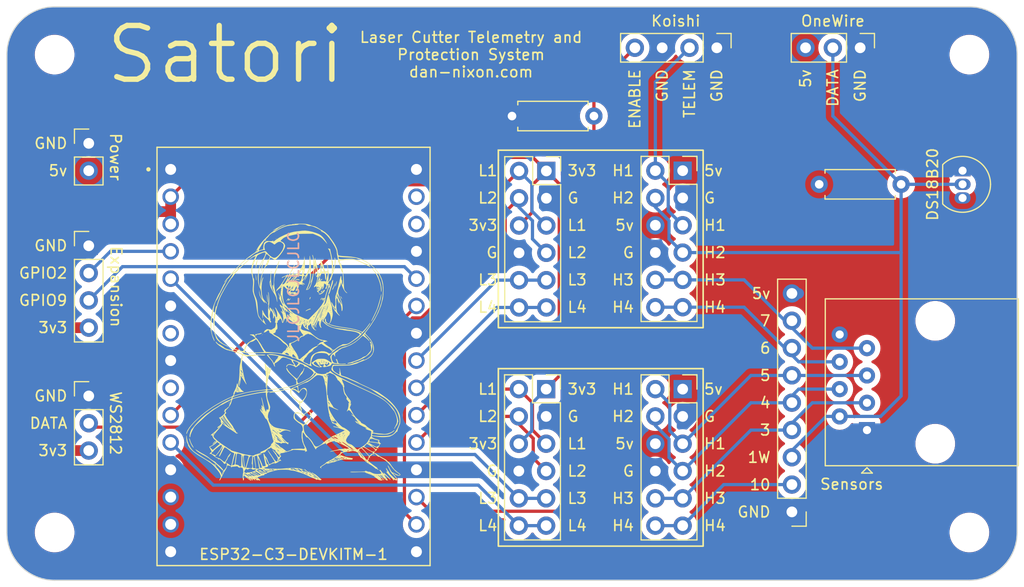
<source format=kicad_pcb>
(kicad_pcb (version 20221018) (generator pcbnew)
  (layers (0 "F.Cu" signal) (31 "B.Cu" signal) (34 "B.Paste" user) (35 "F.Paste" user) (36 "B.SilkS" user "B.Silkscreen") (37 "F.SilkS" user "F.Silkscreen") (38 "B.Mask" user) (39 "F.Mask" user) (44 "Edge.Cuts" user))
  (net 0 "")
  (net 1 "GND")
  (net 2 "/ONEWIRE_H")
  (net 3 "+5V")
  (net 4 "+3.3V")
  (net 6 "/ONEWIRE_L")
  (net 7 "/KOISHI_EN")
  (net 8 "/GPIO2")
  (net 9 "/GPIO9")
  (net 10 "/KOISHI_TX_NOP")
  (net 11 "/IO10_H")
  (net 12 "/WS2812")
  (net 13 "/IO10_L")
  (net 16 "/IO3_H")
  (net 17 "/IO4_H")
  (net 18 "/IO5_H")
  (net 19 "/IO6_H")
  (net 20 "/IO7_H")
  (net 21 "/KOISHI_RX_L")
  (net 22 "/IO3_L")
  (net 23 "/KOISHI_RX_H")
  (net 24 "/IO4_L")
  (net 25 "/IO5_L")
  (net 26 "/IO6_L")
  (net 27 "/IO7_L")
  (footprint "Connector_PinHeader_2.54mm:PinHeader_1x09_P2.54mm_Vertical" (layer "F.Cu") (at 122.555 122.545 180)
    (fp_text reference "J1" hide)
    (fp_text value "Sensors" hide)
    (pad "1" thru_hole rect (at 0 0 180) (size 1.7 1.7) (drill 1) (layers "*.Cu" "*.Mask") (net 1 "GND"))
    (pad "2" thru_hole oval (at 0 2.54 180) (size 1.7 1.7) (drill 1) (layers "*.Cu" "*.Mask") (net 11 "/IO10_H"))
    (pad "3" thru_hole oval (at 0 5.08 180) (size 1.7 1.7) (drill 1) (layers "*.Cu" "*.Mask") (net 2 "/ONEWIRE_H"))
    (pad "4" thru_hole oval (at 0 7.62 180) (size 1.7 1.7) (drill 1) (layers "*.Cu" "*.Mask") (net 16 "/IO3_H"))
    (pad "5" thru_hole oval (at 0 10.16 180) (size 1.7 1.7) (drill 1) (layers "*.Cu" "*.Mask") (net 17 "/IO4_H"))
    (pad "6" thru_hole oval (at 0 12.7 180) (size 1.7 1.7) (drill 1) (layers "*.Cu" "*.Mask") (net 18 "/IO5_H"))
    (pad "7" thru_hole oval (at 0 15.24 180) (size 1.7 1.7) (drill 1) (layers "*.Cu" "*.Mask") (net 19 "/IO6_H"))
    (pad "8" thru_hole oval (at 0 17.78 180) (size 1.7 1.7) (drill 1) (layers "*.Cu" "*.Mask") (net 20 "/IO7_H"))
    (pad "9" thru_hole oval (at 0 20.32 180) (size 1.7 1.7) (drill 1) (layers "*.Cu" "*.Mask") (net 3 "+5V"))
  )
  (footprint "Connector_PinSocket_2.54mm:PinSocket_2x06_P2.54mm_Vertical" (layer "F.Cu") (at 112.395 90.805)
    (fp_text reference "J9" hide)
    (fp_text value "Level Shifter 1 High")
    (pad "1" thru_hole rect (at 0 0) (size 1.7 1.7) (drill 1) (layers "*.Cu" "*.Mask") (net 3 "+5V"))
    (pad "2" thru_hole oval (at -2.54 0) (size 1.7 1.7) (drill 1) (layers "*.Cu" "*.Mask") (net 23 "/KOISHI_RX_H"))
    (pad "3" thru_hole oval (at 0 2.54) (size 1.7 1.7) (drill 1) (layers "*.Cu" "*.Mask") (net 1 "GND"))
    (pad "4" thru_hole oval (at -2.54 2.54) (size 1.7 1.7) (drill 1) (layers "*.Cu" "*.Mask") (net 2 "/ONEWIRE_H"))
    (pad "5" thru_hole oval (at 0 5.08) (size 1.7 1.7) (drill 1) (layers "*.Cu" "*.Mask") (net 23 "/KOISHI_RX_H"))
    (pad "6" thru_hole oval (at -2.54 5.08) (size 1.7 1.7) (drill 1) (layers "*.Cu" "*.Mask") (net 3 "+5V"))
    (pad "7" thru_hole oval (at 0 7.62) (size 1.7 1.7) (drill 1) (layers "*.Cu" "*.Mask") (net 2 "/ONEWIRE_H"))
    (pad "8" thru_hole oval (at -2.54 7.62) (size 1.7 1.7) (drill 1) (layers "*.Cu" "*.Mask") (net 1 "GND"))
    (pad "9" thru_hole oval (at 0 10.16) (size 1.7 1.7) (drill 1) (layers "*.Cu" "*.Mask") (net 20 "/IO7_H"))
    (pad "10" thru_hole oval (at -2.54 10.16) (size 1.7 1.7) (drill 1) (layers "*.Cu" "*.Mask") (net 20 "/IO7_H"))
    (pad "11" thru_hole oval (at 0 12.7) (size 1.7 1.7) (drill 1) (layers "*.Cu" "*.Mask") (net 19 "/IO6_H"))
    (pad "12" thru_hole oval (at -2.54 12.7) (size 1.7 1.7) (drill 1) (layers "*.Cu" "*.Mask") (net 19 "/IO6_H"))
  )
  (footprint "Connector_PinHeader_2.54mm:PinHeader_1x03_P2.54mm_Vertical" (layer "F.Cu") (at 128.905 79.375 -90)
    (fp_text reference "J6" hide)
    (fp_text value "OneWire" (at -1.905 2.54 unlocked) (layer "F.SilkS") (effects (justify bottom)))
    (pad "1" thru_hole rect (at 0 0 270) (size 1.7 1.7) (drill 1) (layers "*.Cu" "*.Mask") (net 1 "GND"))
    (pad "2" thru_hole oval (at 0 2.54 270) (size 1.7 1.7) (drill 1) (layers "*.Cu" "*.Mask") (net 2 "/ONEWIRE_H"))
    (pad "3" thru_hole oval (at 0 5.08 270) (size 1.7 1.7) (drill 1) (layers "*.Cu" "*.Mask") (net 3 "+5V"))
  )
  (footprint "Connector_PinHeader_2.54mm:PinHeader_1x04_P2.54mm_Vertical" (layer "F.Cu") (at 115.57 79.375 -90)
    (fp_text reference "J5" hide)
    (fp_text value "Koishi" (at -1.905 3.81 unlocked) (layer "F.SilkS") (effects (justify bottom)))
    (pad "1" thru_hole rect (at 0 0 270) (size 1.7 1.7) (drill 1) (layers "*.Cu" "*.Mask") (net 1 "GND"))
    (pad "2" thru_hole oval (at 0 2.54 270) (size 1.7 1.7) (drill 1) (layers "*.Cu" "*.Mask") (net 23 "/KOISHI_RX_H"))
    (pad "3" thru_hole oval (at 0 5.08 270) (size 1.7 1.7) (drill 1) (layers "*.Cu" "*.Mask") (net 1 "GND"))
    (pad "4" thru_hole oval (at 0 7.62 270) (size 1.7 1.7) (drill 1) (layers "*.Cu" "*.Mask") (net 7 "/KOISHI_EN"))
  )
  (footprint "Connector_PinSocket_2.54mm:PinSocket_2x06_P2.54mm_Vertical" (layer "F.Cu") (at 99.715 90.83)
    (fp_text reference "J8" hide)
    (fp_text value "Level Shifter 1 Low")
    (pad "1" thru_hole rect (at 0 0) (size 1.7 1.7) (drill 1) (layers "*.Cu" "*.Mask") (net 4 "+3.3V"))
    (pad "2" thru_hole oval (at -2.54 0) (size 1.7 1.7) (drill 1) (layers "*.Cu" "*.Mask") (net 21 "/KOISHI_RX_L"))
    (pad "3" thru_hole oval (at 0 2.54) (size 1.7 1.7) (drill 1) (layers "*.Cu" "*.Mask") (net 1 "GND"))
    (pad "4" thru_hole oval (at -2.54 2.54) (size 1.7 1.7) (drill 1) (layers "*.Cu" "*.Mask") (net 6 "/ONEWIRE_L"))
    (pad "5" thru_hole oval (at 0 5.08) (size 1.7 1.7) (drill 1) (layers "*.Cu" "*.Mask") (net 21 "/KOISHI_RX_L"))
    (pad "6" thru_hole oval (at -2.54 5.08) (size 1.7 1.7) (drill 1) (layers "*.Cu" "*.Mask") (net 4 "+3.3V"))
    (pad "7" thru_hole oval (at 0 7.62) (size 1.7 1.7) (drill 1) (layers "*.Cu" "*.Mask") (net 6 "/ONEWIRE_L"))
    (pad "8" thru_hole oval (at -2.54 7.62) (size 1.7 1.7) (drill 1) (layers "*.Cu" "*.Mask") (net 1 "GND"))
    (pad "9" thru_hole oval (at 0 10.16) (size 1.7 1.7) (drill 1) (layers "*.Cu" "*.Mask") (net 27 "/IO7_L"))
    (pad "10" thru_hole oval (at -2.54 10.16) (size 1.7 1.7) (drill 1) (layers "*.Cu" "*.Mask") (net 27 "/IO7_L"))
    (pad "11" thru_hole oval (at 0 12.7) (size 1.7 1.7) (drill 1) (layers "*.Cu" "*.Mask") (net 26 "/IO6_L"))
    (pad "12" thru_hole oval (at -2.54 12.7) (size 1.7 1.7) (drill 1) (layers "*.Cu" "*.Mask") (net 26 "/IO6_L"))
  )
  (footprint "MountingHole:MountingHole_3.2mm_M3" (layer "F.Cu") (at 53.975 80.01)
    (fp_text reference "H1" hide)
    (fp_text value "MountingHole" hide)
    (pad "" np_thru_hole circle (at 0 0) (size 3.2 3.2) (drill 3.2) (layers "*.Cu" "*.Mask"))
  )
  (footprint "Resistor_THT:R_Axial_DIN0207_L6.3mm_D2.5mm_P7.62mm_Horizontal" (layer "F.Cu") (at 104.14 85.725 180)
    (fp_text reference "R2" hide)
    (fp_text value "820k")
    (pad "1" thru_hole circle (at 0 0 180) (size 1.6 1.6) (drill 0.8) (layers "*.Cu" "*.Mask") (net 7 "/KOISHI_EN"))
    (pad "2" thru_hole oval (at 7.62 0 180) (size 1.6 1.6) (drill 0.8) (layers "*.Cu" "*.Mask") (net 1 "GND"))
  )
  (footprint "Resistor_THT:R_Axial_DIN0207_L6.3mm_D2.5mm_P7.62mm_Horizontal" (layer "F.Cu") (at 132.715 92.075 180)
    (fp_text reference "R1" hide)
    (fp_text value "5k6")
    (pad "1" thru_hole circle (at 0 0 180) (size 1.6 1.6) (drill 0.8) (layers "*.Cu" "*.Mask") (net 2 "/ONEWIRE_H"))
    (pad "2" thru_hole oval (at 7.62 0 180) (size 1.6 1.6) (drill 0.8) (layers "*.Cu" "*.Mask") (net 3 "+5V"))
  )
  (footprint "Connector_RJ:RJ45_Amphenol_54602-x08_Horizontal" (layer "F.Cu") (at 129.54 114.935 90)
    (fp_text reference "J3" hide)
    (fp_text value "Sensors" hide)
    (pad "" np_thru_hole circle (at -1.27 6.35 90) (size 3.2 3.2) (drill 3.2) (layers "*.Cu" "*.Mask"))
    (pad "" np_thru_hole circle (at 10.16 6.35 90) (size 3.2 3.2) (drill 3.2) (layers "*.Cu" "*.Mask"))
    (pad "1" thru_hole rect (at 0 0 90) (size 1.5 1.5) (drill 0.76) (layers "*.Cu" "*.Mask") (net 1 "GND"))
    (pad "2" thru_hole circle (at 1.27 -2.54 90) (size 1.5 1.5) (drill 0.76) (layers "*.Cu" "*.Mask") (net 2 "/ONEWIRE_H"))
    (pad "3" thru_hole circle (at 2.54 0 90) (size 1.5 1.5) (drill 0.76) (layers "*.Cu" "*.Mask") (net 16 "/IO3_H"))
    (pad "4" thru_hole circle (at 3.81 -2.54 90) (size 1.5 1.5) (drill 0.76) (layers "*.Cu" "*.Mask") (net 17 "/IO4_H"))
    (pad "5" thru_hole circle (at 5.08 0 90) (size 1.5 1.5) (drill 0.76) (layers "*.Cu" "*.Mask") (net 18 "/IO5_H"))
    (pad "6" thru_hole circle (at 6.35 -2.54 90) (size 1.5 1.5) (drill 0.76) (layers "*.Cu" "*.Mask") (net 19 "/IO6_H"))
    (pad "7" thru_hole circle (at 7.62 0 90) (size 1.5 1.5) (drill 0.76) (layers "*.Cu" "*.Mask") (net 20 "/IO7_H"))
    (pad "8" thru_hole circle (at 8.89 -2.54 90) (size 1.5 1.5) (drill 0.76) (layers "*.Cu" "*.Mask") (net 3 "+5V"))
  )
  (footprint "MountingHole:MountingHole_3.2mm_M3" (layer "F.Cu") (at 139.065 124.46)
    (fp_text reference "H4" hide)
    (fp_text value "MountingHole" hide)
    (pad "" np_thru_hole circle (at 0 0) (size 3.2 3.2) (drill 3.2) (layers "*.Cu" "*.Mask"))
  )
  (footprint "Connector_PinHeader_2.54mm:PinHeader_1x03_P2.54mm_Vertical" (layer "F.Cu") (at 57.15 111.76)
    (fp_text reference "J4" hide)
    (fp_text value "WS2812" (at 1.905 2.54 270 unlocked) (layer "F.SilkS") (effects (justify bottom)))
    (pad "1" thru_hole rect (at 0 0) (size 1.7 1.7) (drill 1) (layers "*.Cu" "*.Mask") (net 1 "GND"))
    (pad "2" thru_hole oval (at 0 2.54) (size 1.7 1.7) (drill 1) (layers "*.Cu" "*.Mask") (net 12 "/WS2812"))
    (pad "3" thru_hole oval (at 0 5.08) (size 1.7 1.7) (drill 1) (layers "*.Cu" "*.Mask") (net 4 "+3.3V"))
  )
  (footprint "satori:satori-24" (layer "F.Cu") (at 78.105 106.68)
    (fp_text reference "G***" hide)
    (fp_text value "LOGO" hide)
  )
  (footprint "MountingHole:MountingHole_3.2mm_M3" (layer "F.Cu") (at 139.065 80.01)
    (fp_text reference "H3" hide)
    (fp_text value "MountingHole" hide)
    (pad "" np_thru_hole circle (at 0 0) (size 3.2 3.2) (drill 3.2) (layers "*.Cu" "*.Mask"))
  )
  (footprint "Connector_PinSocket_2.54mm:PinSocket_2x06_P2.54mm_Vertical" (layer "F.Cu") (at 99.695 111.125)
    (fp_text reference "J10" hide)
    (fp_text value "Level Shifter 2 Low")
    (pad "1" thru_hole rect (at 0 0) (size 1.7 1.7) (drill 1) (layers "*.Cu" "*.Mask") (net 4 "+3.3V"))
    (pad "2" thru_hole oval (at -2.54 0) (size 1.7 1.7) (drill 1) (layers "*.Cu" "*.Mask") (net 25 "/IO5_L"))
    (pad "3" thru_hole oval (at 0 2.54) (size 1.7 1.7) (drill 1) (layers "*.Cu" "*.Mask") (net 1 "GND"))
    (pad "4" thru_hole oval (at -2.54 2.54) (size 1.7 1.7) (drill 1) (layers "*.Cu" "*.Mask") (net 24 "/IO4_L"))
    (pad "5" thru_hole oval (at 0 5.08) (size 1.7 1.7) (drill 1) (layers "*.Cu" "*.Mask") (net 25 "/IO5_L"))
    (pad "6" thru_hole oval (at -2.54 5.08) (size 1.7 1.7) (drill 1) (layers "*.Cu" "*.Mask") (net 4 "+3.3V"))
    (pad "7" thru_hole oval (at 0 7.62) (size 1.7 1.7) (drill 1) (layers "*.Cu" "*.Mask") (net 24 "/IO4_L"))
    (pad "8" thru_hole oval (at -2.54 7.62) (size 1.7 1.7) (drill 1) (layers "*.Cu" "*.Mask") (net 1 "GND"))
    (pad "9" thru_hole oval (at 0 10.16) (size 1.7 1.7) (drill 1) (layers "*.Cu" "*.Mask") (net 22 "/IO3_L"))
    (pad "10" thru_hole oval (at -2.54 10.16) (size 1.7 1.7) (drill 1) (layers "*.Cu" "*.Mask") (net 22 "/IO3_L"))
    (pad "11" thru_hole oval (at 0 12.7) (size 1.7 1.7) (drill 1) (layers "*.Cu" "*.Mask") (net 13 "/IO10_L"))
    (pad "12" thru_hole oval (at -2.54 12.7) (size 1.7 1.7) (drill 1) (layers "*.Cu" "*.Mask") (net 13 "/IO10_L"))
  )
  (footprint "Package_TO_SOT_THT:TO-92_Inline" (layer "F.Cu") (at 138.43 90.805 -90)
    (fp_text reference "U1" hide)
    (fp_text value "DS18B20" (at 1.27 2.79 90) (layer "F.SilkS"))
    (pad "1" thru_hole rect (at 0 0 270) (size 1.05 1.5) (drill 0.75) (layers "*.Cu" "*.Mask") (net 1 "GND"))
    (pad "2" thru_hole oval (at 1.27 0 270) (size 1.05 1.5) (drill 0.75) (layers "*.Cu" "*.Mask") (net 2 "/ONEWIRE_H"))
    (pad "3" thru_hole oval (at 2.54 0 270) (size 1.05 1.5) (drill 0.75) (layers "*.Cu" "*.Mask") (net 3 "+5V"))
  )
  (footprint "Connector_PinHeader_2.54mm:PinHeader_1x02_P2.54mm_Vertical" (layer "F.Cu") (at 57.15 88.265)
    (fp_text reference "J2" hide)
    (fp_text value "Power" (at 1.905 1.27 -90 unlocked) (layer "F.SilkS") (effects (justify bottom)))
    (pad "1" thru_hole rect (at 0 0) (size 1.7 1.7) (drill 1) (layers "*.Cu" "*.Mask") (net 1 "GND"))
    (pad "2" thru_hole oval (at 0 2.54) (size 1.7 1.7) (drill 1) (layers "*.Cu" "*.Mask") (net 3 "+5V"))
  )
  (footprint "ESP32-C3-DEVKITM-1:XCVR_ESP32-C3-DEVKITM-1" (layer "F.Cu") (at 76.2 108.0839)
    (fp_text reference "U2" hide)
    (fp_text value "ESP32-C3-DEVKITM-1" (at 0 18.415) (layer "F.SilkS"))
    (pad "1" thru_hole rect (at -11.43 -17.395) (size 1.53 1.53) (drill 1.02) (layers "*.Cu" "*.Mask") (net 1 "GND"))
    (pad "2" thru_hole circle (at -11.43 -14.855) (size 1.53 1.53) (drill 1.02) (layers "*.Cu" "*.Mask") (net 4 "+3.3V"))
    (pad "3" thru_hole circle (at -11.43 -12.315) (size 1.53 1.53) (drill 1.02) (layers "*.Cu" "*.Mask") (net 4 "+3.3V"))
    (pad "4" thru_hole circle (at -11.43 -9.775) (size 1.53 1.53) (drill 1.02) (layers "*.Cu" "*.Mask") (net 8 "/GPIO2"))
    (pad "5" thru_hole circle (at -11.43 -7.235) (size 1.53 1.53) (drill 1.02) (layers "*.Cu" "*.Mask") (net 22 "/IO3_L"))
    (pad "6" thru_hole circle (at -11.43 -4.695) (size 1.53 1.53) (drill 1.02) (layers "*.Cu" "*.Mask") (net 1 "GND"))
    (pad "7" thru_hole circle (at -11.43 -2.155) (size 1.53 1.53) (drill 1.02) (layers "*.Cu" "*.Mask"))
    (pad "8" thru_hole circle (at -11.43 0.385) (size 1.53 1.53) (drill 1.02) (layers "*.Cu" "*.Mask") (net 1 "GND"))
    (pad "9" thru_hole circle (at -11.43 2.925) (size 1.53 1.53) (drill 1.02) (layers "*.Cu" "*.Mask") (net 10 "/KOISHI_TX_NOP"))
    (pad "10" thru_hole circle (at -11.43 5.465) (size 1.53 1.53) (drill 1.02) (layers "*.Cu" "*.Mask") (net 21 "/KOISHI_RX_L"))
    (pad "11" thru_hole circle (at -11.43 8.005) (size 1.53 1.53) (drill 1.02) (layers "*.Cu" "*.Mask") (net 13 "/IO10_L"))
    (pad "12" thru_hole circle (at -11.43 10.545) (size 1.53 1.53) (drill 1.02) (layers "*.Cu" "*.Mask") (net 1 "GND"))
    (pad "13" thru_hole circle (at -11.43 13.085) (size 1.53 1.53) (drill 1.02) (layers "*.Cu" "*.Mask") (net 3 "+5V"))
    (pad "14" thru_hole circle (at -11.43 15.625) (size 1.53 1.53) (drill 1.02) (layers "*.Cu" "*.Mask") (net 3 "+5V"))
    (pad "15" thru_hole circle (at -11.43 18.165) (size 1.53 1.53) (drill 1.02) (layers "*.Cu" "*.Mask") (net 1 "GND"))
    (pad "16" thru_hole circle (at 11.43 18.165) (size 1.53 1.53) (drill 1.02) (layers "*.Cu" "*.Mask") (net 1 "GND"))
    (pad "17" thru_hole circle (at 11.43 15.625) (size 1.53 1.53) (drill 1.02) (layers "*.Cu" "*.Mask") (net 6 "/ONEWIRE_L"))
    (pad "18" thru_hole circle (at 11.43 13.085) (size 1.53 1.53) (drill 1.02) (layers "*.Cu" "*.Mask") (net 7 "/KOISHI_EN"))
    (pad "19" thru_hole circle (at 11.43 10.545) (size 1.53 1.53) (drill 1.02) (layers "*.Cu" "*.Mask") (net 1 "GND"))
    (pad "20" thru_hole circle (at 11.43 8.005) (size 1.53 1.53) (drill 1.02) (layers "*.Cu" "*.Mask") (net 24 "/IO4_L"))
    (pad "21" thru_hole circle (at 11.43 5.465) (size 1.53 1.53) (drill 1.02) (layers "*.Cu" "*.Mask") (net 25 "/IO5_L"))
    (pad "22" thru_hole circle (at 11.43 2.925) (size 1.53 1.53) (drill 1.02) (layers "*.Cu" "*.Mask") (net 26 "/IO6_L"))
    (pad "23" thru_hole circle (at 11.43 0.385) (size 1.53 1.53) (drill 1.02) (layers "*.Cu" "*.Mask") (net 27 "/IO7_L"))
    (pad "24" thru_hole circle (at 11.43 -2.155) (size 1.53 1.53) (drill 1.02) (layers "*.Cu" "*.Mask") (net 1 "GND"))
    (pad "25" thru_hole circle (at 11.43 -4.695) (size 1.53 1.53) (drill 1.02) (layers "*.Cu" "*.Mask") (net 12 "/WS2812"))
    (pad "26" thru_hole circle (at 11.43 -7.235) (size 1.53 1.53) (drill 1.02) (layers "*.Cu" "*.Mask") (net 9 "/GPIO9"))
    (pad "27" thru_hole circle (at 11.43 -9.775) (size 1.53 1.53) (drill 1.02) (layers "*.Cu" "*.Mask") (net 1 "GND"))
    (pad "28" thru_hole circle (at 11.43 -12.315) (size 1.53 1.53) (drill 1.02) (layers "*.Cu" "*.Mask"))
    (pad "29" thru_hole circle (at 11.43 -14.855) (size 1.53 1.53) (drill 1.02) (layers "*.Cu" "*.Mask"))
    (pad "30" thru_hole circle (at 11.43 -17.395) (size 1.53 1.53) (drill 1.02) (layers "*.Cu" "*.Mask") (net 1 "GND"))
  )
  (footprint "Connector_PinSocket_2.54mm:PinSocket_2x06_P2.54mm_Vertical" (layer "F.Cu") (at 112.395 111.125)
    (fp_text reference "J11" hide)
    (fp_text value "Level Shifter 2 High")
    (pad "1" thru_hole rect (at 0 0) (size 1.7 1.7) (drill 1) (layers "*.Cu" "*.Mask") (net 3 "+5V"))
    (pad "2" thru_hole oval (at -2.54 0) (size 1.7 1.7) (drill 1) (layers "*.Cu" "*.Mask") (net 18 "/IO5_H"))
    (pad "3" thru_hole oval (at 0 2.54) (size 1.7 1.7) (drill 1) (layers "*.Cu" "*.Mask") (net 1 "GND"))
    (pad "4" thru_hole oval (at -2.54 2.54) (size 1.7 1.7) (drill 1) (layers "*.Cu" "*.Mask") (net 17 "/IO4_H"))
    (pad "5" thru_hole oval (at 0 5.08) (size 1.7 1.7) (drill 1) (layers "*.Cu" "*.Mask") (net 18 "/IO5_H"))
    (pad "6" thru_hole oval (at -2.54 5.08) (size 1.7 1.7) (drill 1) (layers "*.Cu" "*.Mask") (net 3 "+5V"))
    (pad "7" thru_hole oval (at 0 7.62) (size 1.7 1.7) (drill 1) (layers "*.Cu" "*.Mask") (net 17 "/IO4_H"))
    (pad "8" thru_hole oval (at -2.54 7.62) (size 1.7 1.7) (drill 1) (layers "*.Cu" "*.Mask") (net 1 "GND"))
    (pad "9" thru_hole oval (at 0 10.16) (size 1.7 1.7) (drill 1) (layers "*.Cu" "*.Mask") (net 16 "/IO3_H"))
    (pad "10" thru_hole oval (at -2.54 10.16) (size 1.7 1.7) (drill 1) (layers "*.Cu" "*.Mask") (net 16 "/IO3_H"))
    (pad "11" thru_hole oval (at 0 12.7) (size 1.7 1.7) (drill 1) (layers "*.Cu" "*.Mask") (net 11 "/IO10_H"))
    (pad "12" thru_hole oval (at -2.54 12.7) (size 1.7 1.7) (drill 1) (layers "*.Cu" "*.Mask") (net 11 "/IO10_H"))
  )
  (footprint "Connector_PinHeader_2.54mm:PinHeader_1x04_P2.54mm_Vertical" (layer "F.Cu") (at 57.15 97.79)
    (fp_text reference "J7" hide)
    (fp_text value "Expansion" (at 2.54 3.8 -90 unlocked) (layer "F.SilkS"))
    (pad "1" thru_hole rect (at 0 0) (size 1.7 1.7) (drill 1) (layers "*.Cu" "*.Mask") (net 1 "GND"))
    (pad "2" thru_hole oval (at 0 2.54) (size 1.7 1.7) (drill 1) (layers "*.Cu" "*.Mask") (net 8 "/GPIO2"))
    (pad "3" thru_hole oval (at 0 5.08) (size 1.7 1.7) (drill 1) (layers "*.Cu" "*.Mask") (net 9 "/GPIO9"))
    (pad "4" thru_hole oval (at 0 7.62) (size 1.7 1.7) (drill 1) (layers "*.Cu" "*.Mask") (net 4 "+3.3V"))
  )
  (footprint "MountingHole:MountingHole_3.2mm_M3" (layer "F.Cu") (at 53.975 124.46)
    (fp_text reference "H2" hide)
    (fp_text value "MountingHole" hide)
    (pad "" np_thru_hole circle (at 0 0) (size 3.2 3.2) (drill 3.2) (layers "*.Cu" "*.Mask"))
  )
  (gr_rect (start 95.25 88.9) (end 114.3 105.41) (stroke (width 0.15)) (fill none) (layer "F.SilkS"))
  (gr_rect (start 95.25 109.22) (end 114.3 125.73) (stroke (width 0.15)) (fill none) (layer "F.SilkS"))
  (gr_line (start 53.975 75.565) (end 139.065 75.565) (stroke (width 0.1)) (layer "Edge.Cuts"))
  (gr_line (start 139.065 128.905) (end 53.975 128.905) (stroke (width 0.1)) (layer "Edge.Cuts"))
  (gr_line (start 143.51 80.01) (end 143.51 124.46) (stroke (width 0.1)) (layer "Edge.Cuts"))
  (gr_arc (start 143.51 124.46) (mid 142.20809 127.60309) (end 139.065 128.905) (stroke (width 0.1)) (layer "Edge.Cuts"))
  (gr_line (start 49.53 124.46) (end 49.53 80.01) (stroke (width 0.1)) (layer "Edge.Cuts"))
  (gr_arc (start 139.065 75.565) (mid 142.20809 76.86691) (end 143.51 80.01) (stroke (width 0.1)) (layer "Edge.Cuts"))
  (gr_arc (start 49.53 80.01) (mid 50.83191 76.86691) (end 53.975 75.565) (stroke (width 0.1)) (layer "Edge.Cuts"))
  (gr_arc (start 53.975 128.905) (mid 50.83191 127.60309) (end 49.53 124.46) (stroke (width 0.1)) (layer "Edge.Cuts"))
  (gr_text "JLCJLCJLCJLC" (at 76.2 101.6 90) (layer "B.SilkS") (effects (font (size 1 1))))
  (gr_text "L4" (at 95.25 103.505) (layer "F.SilkS") (effects (font (size 1 1)) (justify right)))
  (gr_text "L1" (at 95.25 111.125) (layer "F.SilkS") (effects (font (size 1 1)) (justify right)))
  (gr_text "H2" (at 107.95 93.345) (layer "F.SilkS") (effects (font (size 1 1)) (justify right)))
  (gr_text "5v" (at 114.3 90.805) (layer "F.SilkS") (effects (font (size 1 1)) (justify left)))
  (gr_text "H1" (at 107.95 111.125) (layer "F.SilkS") (effects (font (size 1 1)) (justify right)))
  (gr_text "5v" (at 120.65 102.235) (layer "F.SilkS") (effects (font (size 1 1)) (justify right)))
  (gr_text "H2" (at 114.3 98.425) (layer "F.SilkS") (effects (font (size 1 1)) (justify left)))
  (gr_text "GPIO2" (at 55.245 100.33) (layer "F.SilkS") (effects (font (size 1 1)) (justify right)))
  (gr_text "H3" (at 107.95 121.285) (layer "F.SilkS") (effects (font (size 1 1)) (justify right)))
  (gr_text "ENABLE" (at 107.95 81.28 90) (layer "F.SilkS") (effects (font (size 1 1)) (justify right)))
  (gr_text "G" (at 95.25 98.425) (layer "F.SilkS") (effects (font (size 1 1)) (justify right)))
  (gr_text "GND" (at 55.245 111.76) (layer "F.SilkS") (effects (font (size 1 1)) (justify right)))
  (gr_text "H3" (at 114.3 100.965) (layer "F.SilkS") (effects (font (size 1 1)) (justify left)))
  (gr_text "5v" (at 55.245 90.805) (layer "F.SilkS") (effects (font (size 1 1)) (justify right)))
  (gr_text "3v3" (at 101.6 90.805) (layer "F.SilkS") (effects (font (size 1 1)) (justify left)))
  (gr_text "10" (at 120.65 120.015) (layer "F.SilkS") (effects (font (size 1 1)) (justify right)))
  (gr_text "H2" (at 107.95 113.665) (layer "F.SilkS") (effects (font (size 1 1)) (justify right)))
  (gr_text "G" (at 114.3 93.345) (layer "F.SilkS") (effects (font (size 1 1)) (justify left)))
  (gr_text "L1" (at 101.6 95.885) (layer "F.SilkS") (effects (font (size 1 1)) (justify left)))
  (gr_text "GND" (at 110.49 81.28 90) (layer "F.SilkS") (effects (font (size 1 1)) (justify right)))
  (gr_text "DATA" (at 55.245 114.3) (layer "F.SilkS") (effects (font (size 1 1)) (justify right)))
  (gr_text "L1" (at 101.6 116.205) (layer "F.SilkS") (effects (font (size 1 1)) (justify left)))
  (gr_text "H1" (at 114.3 95.885) (layer "F.SilkS") (effects (font (size 1 1)) (justify left)))
  (gr_text "H3" (at 114.3 121.285) (layer "F.SilkS") (effects (font (size 1 1)) (justify left)))
  (gr_text "L2" (at 95.25 93.345) (layer "F.SilkS") (effects (font (size 1 1)) (justify right)))
  (gr_text "H3" (at 107.95 100.965) (layer "F.SilkS") (effects (font (size 1 1)) (justify right)))
  (gr_text "L3" (at 101.6 121.285) (layer "F.SilkS") (effects (font (size 1 1)) (justify left)))
  (gr_text "L2" (at 101.6 118.745) (layer "F.SilkS") (effects (font (size 1 1)) (justify left)))
  (gr_text "Sensors" (at 125.095 119.38) (layer "F.SilkS") (effects (font (size 1 1)) (justify left top)))
  (gr_text "L4" (at 101.6 103.505) (layer "F.SilkS") (effects (font (size 1 1)) (justify left)))
  (gr_text "L3" (at 95.25 121.285) (layer "F.SilkS") (effects (font (size 1 1)) (justify right)))
  (gr_text "L2" (at 101.6 98.425) (layer "F.SilkS") (effects (font (size 1 1)) (justify left)))
  (gr_text "Satori" (at 81.28 80.01) (layer "F.SilkS") (effects (font (size 5 5) (thickness 0.5)) (justify right)))
  (gr_text "L1" (at 95.25 90.805) (layer "F.SilkS") (effects (font (size 1 1)) (justify right)))
  (gr_text "H1" (at 107.95 90.805) (layer "F.SilkS") (effects (font (size 1 1)) (justify right)))
  (gr_text "4" (at 120.65 112.395) (layer "F.SilkS") (effects (font (size 1 1)) (justify right)))
  (gr_text "3v3" (at 55.245 105.4) (layer "F.SilkS") (effects (font (size 1 1)) (justify right)))
  (gr_text "GND" (at 120.65 122.555) (layer "F.SilkS") (effects (font (size 1 1)) (justify right)))
  (gr_text "5" (at 120.65 109.855) (layer "F.SilkS") (effects (font (size 1 1)) (justify right)))
  (gr_text "3v3" (at 95.25 116.205) (layer "F.SilkS") (effects (font (size 1 1)) (justify right)))
  (gr_text "5v" (at 123.825 81.28 90) (layer "F.SilkS") (effects (font (size 1 1)) (justify right)))
  (gr_text "3v3" (at 55.245 116.84) (layer "F.SilkS") (effects (font (size 1 1)) (justify right)))
  (gr_text "GND" (at 55.245 97.78) (layer "F.SilkS") (effects (font (size 1 1)) (justify right)))
  (gr_text "7" (at 120.65 104.775) (layer "F.SilkS") (effects (font (size 1 1)) (justify right)))
  (gr_text "5v" (at 114.3 111.125) (layer "F.SilkS") (effects (font (size 1 1)) (justify left)))
  (gr_text "3v3" (at 101.6 111.125) (layer "F.SilkS") (effects (font (size 1 1)) (justify left)))
  (gr_text "L4" (at 101.6 123.825) (layer "F.SilkS") (effects (font (size 1 1)) (justify left)))
  (gr_text "G" (at 95.25 118.745) (layer "F.SilkS") (effects (font (size 1 1)) (justify right)))
  (gr_text "H4" (at 114.3 123.825) (layer "F.SilkS") (effects (font (size 1 1)) (justify left)))
  (gr_text "1W" (at 120.65 117.475) (layer "F.SilkS") (effects (font (size 1 1)) (justify right)))
  (gr_text "DATA" (at 126.365 81.28 90) (layer "F.SilkS") (effects (font (size 1 1)) (justify right)))
  (gr_text "GND" (at 115.57 81.28 90) (layer "F.SilkS") (effects (font (size 1 1)) (justify right)))
  (gr_text "3v3" (at 95.25 95.885) (layer "F.SilkS") (effects (font (size 1 1)) (justify right)))
  (gr_text "L3" (at 101.6 100.965) (layer "F.SilkS") (effects (font (size 1 1)) (justify left)))
  (gr_text "H4" (at 114.3 103.505) (layer "F.SilkS") (effects (font (size 1 1)) (justify left)))
  (gr_text "L4" (at 95.25 123.825) (layer "F.SilkS") (effects (font (size 1 1)) (justify right)))
  (gr_text "TELEM" (at 113.03 81.28 90) (layer "F.SilkS") (effects (font (size 1 1)) (justify right)))
  (gr_text "H4" (at 107.95 103.505) (layer "F.SilkS") (effects (font (size 1 1)) (justify right)))
  (gr_text "Laser Cutter Telemetry and\nProtection System\ndan-nixon.com" (at 92.71 80.01) (layer "F.SilkS") (effects (font (size 1 1))))
  (gr_text "G" (at 101.6 113.665) (layer "F.SilkS") (effects (font (size 1 1)) (justify left)))
  (gr_text "GND" (at 128.905 81.28 90) (layer "F.SilkS") (effects (font (size 1 1)) (justify right)))
  (gr_text "GPIO9" (at 55.245 102.87) (layer "F.SilkS") (effects (font (size 1 1)) (justify right)))
  (gr_text "G" (at 114.3 113.665) (layer "F.SilkS") (effects (font (size 1 1)) (justify left)))
  (gr_text "H4" (at 107.95 123.825) (layer "F.SilkS") (effects (font (size 1 1)) (justify right)))
  (gr_text "5v" (at 107.95 116.205) (layer "F.SilkS") (effects (font (size 1 1)) (justify right)))
  (gr_text "L3" (at 95.25 100.965) (layer "F.SilkS") (effects (font (size 1 1)) (justify right)))
  (gr_text "G" (at 107.95 98.425) (layer "F.SilkS") (effects (font (size 1 1)) (justify right)))
  (gr_text "H2" (at 114.3 118.745) (layer "F.SilkS") (effects (font (size 1 1)) (justify left)))
  (gr_text "5v" (at 107.95 95.885) (layer "F.SilkS") (effects (font (size 1 1)) (justify right)))
  (gr_text "H1" (at 114.3 116.205) (layer "F.SilkS") (effects (font (size 1 1)) (justify left)))
  (gr_text "G" (at 101.6 93.345) (layer "F.SilkS") (effects (font (size 1 1)) (justify left)))
  (gr_text "L2" (at 95.25 113.665) (layer "F.SilkS") (effects (font (size 1 1)) (justify right)))
  (gr_text "G" (at 107.95 118.745) (layer "F.SilkS") (effects (font (size 1 1)) (justify right)))
  (gr_text "3" (at 120.65 114.935) (layer "F.SilkS") (effects (font (size 1 1)) (justify right)))
  (gr_text "GND" (at 55.245 88.265) (layer "F.SilkS") (effects (font (size 1 1)) (justify right)))
  (gr_text "6" (at 120.65 107.315) (layer "F.SilkS") (effects (font (size 1 1)) (justify right)))
  (segment (start 132.715 111.76) (end 132.715 98.425) (width 0.3) (layer "B.Cu") (net 2))
  (segment (start 132.715 92.075) (end 138.43 92.075) (width 0.3) (layer "B.Cu") (net 2))
  (segment (start 125.73 113.665) (end 121.92 117.475) (width 0.3) (layer "B.Cu") (net 2))
  (segment (start 132.715 111.76) (end 130.81 113.665) (width 0.3) (layer "B.Cu") (net 2))
  (segment (start 112.395 98.425) (end 132.715 98.425) (width 0.3) (layer "B.Cu") (net 2))
  (segment (start 132.715 98.425) (end 132.715 92.075) (width 0.3) (layer "B.Cu") (net 2))
  (segment (start 109.855 93.345) (end 109.855 94.187943) (width 0.3) (layer "B.Cu") (net 2))
  (segment (start 130.81 113.665) (end 127 113.665) (width 0.3) (layer "B.Cu") (net 2))
  (segment (start 111.125 97.155) (end 112.395 98.425) (width 0.3) (layer "B.Cu") (net 2))
  (segment (start 126.365 85.725) (end 132.715 92.075) (width 0.3) (layer "B.Cu") (net 2))
  (segment (start 109.855 94.187943) (end 111.125 95.457943) (width 0.3) (layer "B.Cu") (net 2))
  (segment (start 111.125 95.457943) (end 111.125 97.155) (width 0.3) (layer "B.Cu") (net 2))
  (segment (start 127 113.665) (end 125.73 113.665) (width 0.3) (layer "B.Cu") (net 2))
  (segment (start 126.365 79.375) (end 126.365 85.725) (width 0.3) (layer "B.Cu") (net 2))
  (segment (start 122.555 102.225) (end 123.18 102.225) (width 1) (layer "B.Cu") (net 3))
  (segment (start 53.34 105.41) (end 57.15 105.41) (width 1) (layer "F.Cu") (net 4))
  (segment (start 98.375 94.71) (end 98.375 92.17) (width 0.3) (layer "F.Cu") (net 4))
  (segment (start 57.15 116.84) (end 55.245 116.84) (width 1) (layer "F.Cu") (net 4))
  (segment (start 99.715 90.83) (end 98.4589 89.5739) (width 0.3) (layer "F.Cu") (net 4))
  (segment (start 100.915 109.905) (end 99.695 111.125) (width 0.3) (layer "F.Cu") (net 4))
  (segment (start 98.4589 89.5739) (end 68.425 89.5739) (width 0.3) (layer "F.Cu") (net 4))
  (segment (start 53.34 114.935) (end 53.34 105.41) (width 1) (layer "F.Cu") (net 4))
  (segment (start 64.77 93.2289) (end 64.77 94.615) (width 1) (layer "F.Cu") (net 4))
  (segment (start 53.34 96.52) (end 55.245 94.615) (width 1) (layer "F.Cu") (net 4))
  (segment (start 53.34 105.41) (end 53.34 96.52) (width 1) (layer "F.Cu") (net 4))
  (segment (start 55.245 94.615) (end 64.77 94.615) (width 1) (layer "F.Cu") (net 4))
  (segment (start 98.375 92.17) (end 99.715 90.83) (width 0.3) (layer "F.Cu") (net 4))
  (segment (start 97.175 95.91) (end 98.375 94.71) (width 0.3) (layer "F.Cu") (net 4))
  (segment (start 64.77 94.615) (end 64.77 95.7689) (width 1) (layer "F.Cu") (net 4))
  (segment (start 68.425 89.5739) (end 64.77 93.2289) (width 0.3) (layer "F.Cu") (net 4))
  (segment (start 55.245 116.84) (end 53.34 114.935) (width 1) (layer "F.Cu") (net 4))
  (segment (start 99.715 90.83) (end 100.915 92.03) (width 0.3) (layer "F.Cu") (net 4))
  (segment (start 100.915 92.03) (end 100.915 109.905) (width 0.3) (layer "F.Cu") (net 4))
  (segment (start 98.355 112.465) (end 98.355 115.005) (width 0.3) (layer "B.Cu") (net 4))
  (segment (start 99.695 111.125) (end 98.355 112.465) (width 0.3) (layer "B.Cu") (net 4))
  (segment (start 98.355 115.005) (end 97.155 116.205) (width 0.3) (layer "B.Cu") (net 4))
  (segment (start 86.515 105.255) (end 87.2661 104.5039) (width 0.3) (layer "F.Cu") (net 6))
  (segment (start 87.63 123.7089) (end 86.515 122.5939) (width 0.3) (layer "F.Cu") (net 6))
  (segment (start 95.885 96.710749) (end 95.885 94.66) (width 0.3) (layer "F.Cu") (net 6))
  (segment (start 86.515 122.5939) (end 86.515 105.255) (width 0.3) (layer "F.Cu") (net 6))
  (segment (start 95.885 94.66) (end 97.175 93.37) (width 0.3) (layer "F.Cu") (net 6))
  (segment (start 88.091849 104.5039) (end 95.885 96.710749) (width 0.3) (layer "F.Cu") (net 6))
  (segment (start 87.2661 104.5039) (end 88.091849 104.5039) (width 0.3) (layer "F.Cu") (net 6))
  (segment (start 97.175 93.37) (end 97.175 94.212943) (width 0.3) (layer "B.Cu") (net 6))
  (segment (start 98.425 97.16) (end 99.715 98.45) (width 0.3) (layer "B.Cu") (net 6))
  (segment (start 98.425 95.462943) (end 98.425 97.16) (width 0.3) (layer "B.Cu") (net 6))
  (segment (start 97.175 94.212943) (end 98.425 95.462943) (width 0.3) (layer "B.Cu") (net 6))
  (segment (start 104.14 120.015) (end 101.67 122.485) (width 0.3) (layer "F.Cu") (net 7))
  (segment (start 104.14 83.185) (end 104.14 120.015) (width 0.3) (layer "F.Cu") (net 7))
  (segment (start 101.67 122.485) (end 88.9461 122.485) (width 0.3) (layer "F.Cu") (net 7))
  (segment (start 88.9461 122.485) (end 87.63 121.1689) (width 0.3) (layer "F.Cu") (net 7))
  (segment (start 107.95 79.375) (end 104.14 83.185) (width 0.3) (layer "F.Cu") (net 7))
  (segment (start 59.1711 98.3089) (end 57.15 100.33) (width 0.3) (layer "B.Cu") (net 8))
  (segment (start 64.77 98.3089) (end 59.1711 98.3089) (width 0.3) (layer "B.Cu") (net 8))
  (segment (start 86.515 99.7339) (end 60.2861 99.7339) (width 0.3) (layer "B.Cu") (net 9))
  (segment (start 87.63 100.8489) (end 86.515 99.7339) (width 0.3) (layer "B.Cu") (net 9))
  (segment (start 60.2861 99.7339) (end 57.15 102.87) (width 0.3) (layer "B.Cu") (net 9))
  (segment (start 116.215 120.005) (end 112.395 123.825) (width 0.3) (layer "B.Cu") (net 11))
  (segment (start 122.555 120.005) (end 116.215 120.005) (width 0.3) (layer "B.Cu") (net 11))
  (segment (start 109.855 123.825) (end 112.395 123.825) (width 0.3) (layer "B.Cu") (net 11))
  (segment (start 76.355 114.6639) (end 87.63 103.3889) (width 0.3) (layer "F.Cu") (net 12))
  (segment (start 57.15 114.3) (end 57.5139 114.6639) (width 0.3) (layer "F.Cu") (net 12))
  (segment (start 57.5139 114.6639) (end 76.355 114.6639) (width 0.3) (layer "F.Cu") (net 12))
  (segment (start 68.735 120.0539) (end 64.77 116.0889) (width 0.3) (layer "B.Cu") (net 13))
  (segment (start 97.155 123.825) (end 93.3839 120.0539) (width 0.3) (layer "B.Cu") (net 13))
  (segment (start 97.155 123.825) (end 99.695 123.825) (width 0.3) (layer "B.Cu") (net 13))
  (segment (start 93.3839 120.0539) (end 68.735 120.0539) (width 0.3) (layer "B.Cu") (net 13))
  (segment (start 121.92 114.935) (end 118.745 114.935) (width 0.3) (layer "B.Cu") (net 16))
  (segment (start 129.54 112.395) (end 124.46 112.395) (width 0.3) (layer "B.Cu") (net 16))
  (segment (start 118.745 114.935) (end 112.395 121.285) (width 0.3) (layer "B.Cu") (net 16))
  (segment (start 109.855 121.285) (end 112.395 121.285) (width 0.3) (layer "B.Cu") (net 16))
  (segment (start 124.46 112.395) (end 121.92 114.935) (width 0.3) (layer "B.Cu") (net 16))
  (segment (start 109.855 114.507943) (end 111.125 115.777943) (width 0.3) (layer "B.Cu") (net 17))
  (segment (start 121.92 112.395) (end 118.745 112.395) (width 0.3) (layer "B.Cu") (net 17))
  (segment (start 111.125 117.475) (end 112.395 118.745) (width 0.3) (layer "B.Cu") (net 17))
  (segment (start 109.855 113.665) (end 109.855 114.507943) (width 0.3) (layer "B.Cu") (net 17))
  (segment (start 127 111.125) (end 123.19 111.125) (width 0.3) (layer "B.Cu") (net 17))
  (segment (start 111.125 115.777943) (end 111.125 117.475) (width 0.3) (layer "B.Cu") (net 17))
  (segment (start 118.745 112.395) (end 112.395 118.745) (width 0.3) (layer "B.Cu") (net 17))
  (segment (start 123.19 111.125) (end 121.92 112.395) (width 0.3) (layer "B.Cu") (net 17))
  (segment (start 121.92 109.855) (end 129.54 109.855) (width 0.3) (layer "B.Cu") (net 18))
  (segment (start 121.92 109.855) (end 118.745 109.855) (width 0.3) (layer "B.Cu") (net 18))
  (segment (start 111.195 112.465) (end 111.195 115.005) (width 0.3) (layer "B.Cu") (net 18))
  (segment (start 109.855 111.125) (end 111.195 112.465) (width 0.3) (layer "B.Cu") (net 18))
  (segment (start 111.195 115.005) (end 112.395 116.205) (width 0.3) (layer "B.Cu") (net 18))
  (segment (start 118.745 109.855) (end 112.395 116.205) (width 0.3) (layer "B.Cu") (net 18))
  (segment (start 123.19 108.585) (end 127 108.585) (width 0.3) (layer "B.Cu") (net 19))
  (segment (start 118.11 103.505) (end 112.395 103.505) (width 0.3) (layer "B.Cu") (net 19))
  (segment (start 121.92 107.315) (end 123.19 108.585) (width 0.3) (layer "B.Cu") (net 19))
  (segment (start 121.92 107.315) (end 118.11 103.505) (width 0.3) (layer "B.Cu") (net 19))
  (segment (start 109.855 103.505) (end 112.395 103.505) (width 0.3) (layer "B.Cu") (net 19))
  (segment (start 121.92 104.775) (end 124.46 107.315) (width 0.3) (layer "B.Cu") (net 20))
  (segment (start 118.11 100.965) (end 112.395 100.965) (width 0.3) (layer "B.Cu") (net 20))
  (segment (start 124.46 107.315) (end 129.54 107.315) (width 0.3) (layer "B.Cu") (net 20))
  (segment (start 121.92 104.775) (end 118.11 100.965) (width 0.3) (layer "B.Cu") (net 20))
  (segment (start 109.855 100.965) (end 112.395 100.965) (width 0.3) (layer "B.Cu") (net 20))
  (segment (start 64.77 113.5489) (end 86.205 92.1139) (width 0.3) (layer "F.Cu") (net 21))
  (segment (start 86.205 92.1139) (end 95.8911 92.1139) (width 0.3) (layer "F.Cu") (net 21))
  (segment (start 95.8911 92.1139) (end 97.175 90.83) (width 0.3) (layer "F.Cu") (net 21))
  (segment (start 98.375 92.03) (end 98.375 94.57) (width 0.3) (layer "B.Cu") (net 21))
  (segment (start 97.175 90.83) (end 98.375 92.03) (width 0.3) (layer "B.Cu") (net 21))
  (segment (start 98.375 94.57) (end 99.715 95.91) (width 0.3) (layer "B.Cu") (net 21))
  (segment (start 97.155 121.285) (end 99.695 121.285) (width 0.3) (layer "B.Cu") (net 22))
  (segment (start 81.125 117.2039) (end 64.77 100.8489) (width 0.3) (layer "B.Cu") (net 22))
  (segment (start 97.155 121.285) (end 93.0739 117.2039) (width 0.3) (layer "B.Cu") (net 22))
  (segment (start 93.0739 117.2039) (end 81.125 117.2039) (width 0.3) (layer "B.Cu") (net 22))
  (segment (start 109.855 82.55) (end 113.03 79.375) (width 0.3) (layer "B.Cu") (net 23))
  (segment (start 109.855 90.805) (end 111.055 92.005) (width 0.3) (layer "B.Cu") (net 23))
  (segment (start 111.055 94.545) (end 112.395 95.885) (width 0.3) (layer "B.Cu") (net 23))
  (segment (start 109.855 90.805) (end 109.855 82.55) (width 0.3) (layer "B.Cu") (net 23))
  (segment (start 111.055 92.005) (end 111.055 94.545) (width 0.3) (layer "B.Cu") (net 23))
  (segment (start 90.0539 113.665) (end 97.155 113.665) (width 0.3) (layer "F.Cu") (net 24))
  (segment (start 97.155 113.665) (end 97.155 114.372106) (width 0.3) (layer "F.Cu") (net 24))
  (segment (start 97.155 114.372106) (end 98.495 115.712106) (width 0.3) (layer "F.Cu") (net 24))
  (segment (start 98.495 115.712106) (end 98.495 117.545) (width 0.3) (layer "F.Cu") (net 24))
  (segment (start 87.63 116.0889) (end 90.0539 113.665) (width 0.3) (layer "F.Cu") (net 24))
  (segment (start 98.495 117.545) (end 99.695 118.745) (width 0.3) (layer "F.Cu") (net 24))
  (segment (start 97.155 111.125) (end 98.425 112.395) (width 0.3) (layer "F.Cu") (net 25))
  (segment (start 98.425 114.935) (end 99.695 116.205) (width 0.3) (layer "F.Cu") (net 25))
  (segment (start 87.63 113.5489) (end 90.0539 111.125) (width 0.3) (layer "F.Cu") (net 25))
  (segment (start 98.425 112.395) (end 98.425 114.935) (width 0.3) (layer "F.Cu") (net 25))
  (segment (start 90.0539 111.125) (end 97.155 111.125) (width 0.3) (layer "F.Cu") (net 25))
  (segment (start 97.175 103.53) (end 95.1089 103.53) (width 0.3) (layer "B.Cu") (net 26))
  (segment (start 95.1089 103.53) (end 87.63 111.0089) (width 0.3) (layer "B.Cu") (net 26))
  (segment (start 97.175 103.53) (end 99.715 103.53) (width 0.3) (layer "B.Cu") (net 26))
  (segment (start 97.175 100.99) (end 99.715 100.99) (width 0.3) (layer "B.Cu") (net 27))
  (segment (start 95.1089 100.99) (end 87.63 108.4689) (width 0.3) (layer "B.Cu") (net 27))
  (segment (start 97.175 100.99) (end 95.1089 100.99) (width 0.3) (layer "B.Cu") (net 27))
  (zone (net 3) (net_name "+5V") (layer "F.Cu") (priority 1) (connect_pads yes (clearance 0.5)) (min_thickness 0.25) (fill yes (thermal_gap 0.5) (thermal_bridge_width 0.5))
    (polygon (pts (xy 48.895 74.93) (xy 144.145 74.93) (xy 144.145 129.54) (xy 48.895 129.54)))
  )
  (zone (net 1) (net_name "GND") (layer "B.Cu") (connect_pads yes (clearance 0.5)) (min_thickness 0.25) (fill yes (thermal_gap 0.5) (thermal_bridge_width 0.5))
    (polygon (pts (xy 48.895 74.93) (xy 144.145 74.93) (xy 144.145 129.54) (xy 48.895 129.54)))
  )
)
</source>
